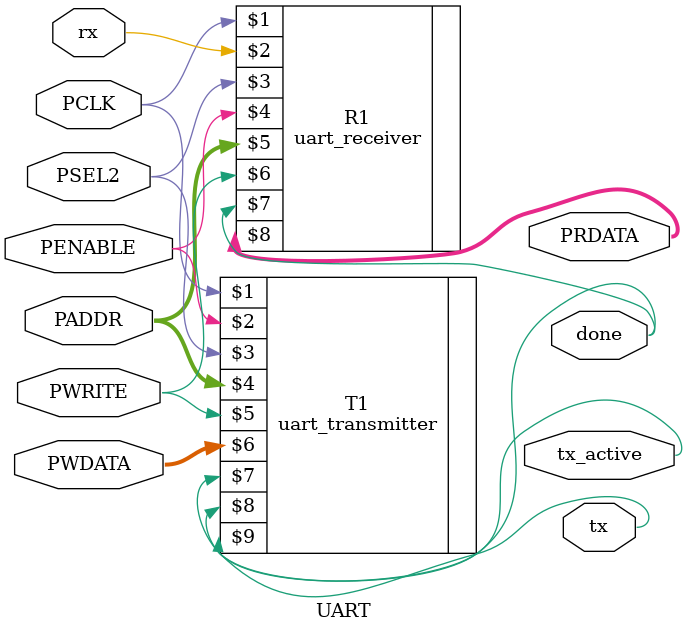
<source format=v>
module UART(
  input PCLK,
  input PSEL2,
	input PENABLE,
	input [7:0]PADDR,
	input PWRITE,
	input [7:0]PWDATA,
	output reg [7:0]PRDATA,
	output reg done,
	output reg tx_active,
	input rx,
	output tx
 
);
 
parameter final_value = 87;
 
uart_receiver #(final_value) R1 (PCLK,rx,PSEL2,PENABLE,PADDR,PWRITE,done,PRDATA);
uart_transmitter #(final_value) T1 (PCLK,PENABLE,PSEL2,PADDR,PWRITE,PWDATA,tx_active,tx,done);
 
endmodule
</source>
